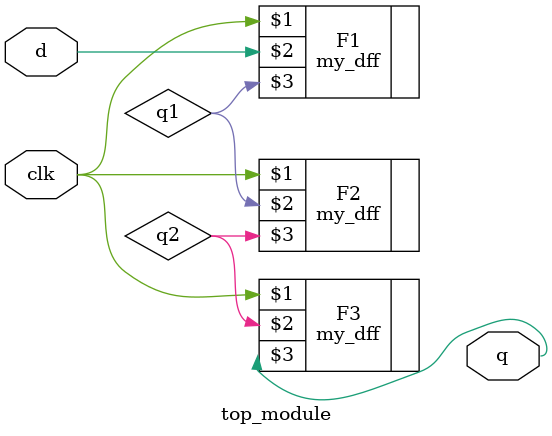
<source format=v>
module top_module ( input clk, input d, output q );
	wire q1,q2;
    my_dff F1(clk,d,q1);
    my_dff F2(clk,q1,q2);
    my_dff F3(clk,q2,q);
endmodule

</source>
